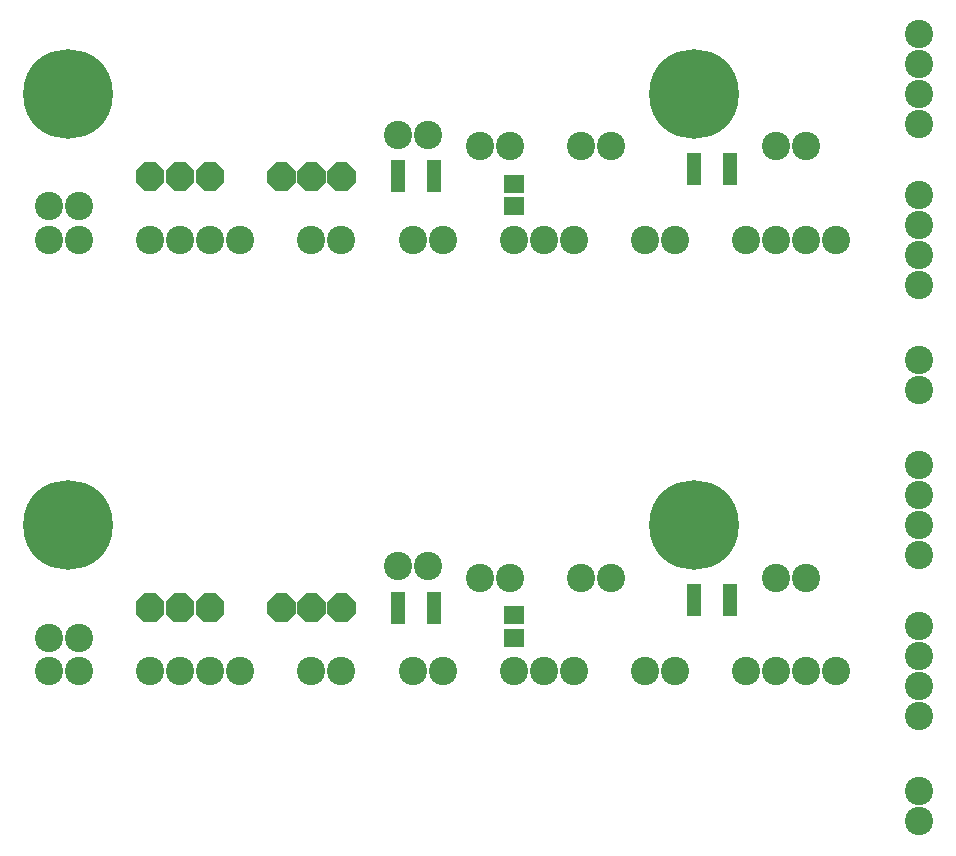
<source format=gbr>
%FSLAX34Y34*%
%MOMM*%
%LNSOLDERMASK_TOP*%
G71*
G01*
%ADD10C, 7.60*%
%ADD11C, 2.40*%
%ADD12R, 1.20X2.70*%
%ADD13R, 1.80X1.50*%
%ADD14C, 2.40*%
%LPD*%
X60325Y908050D02*
G54D10*
D03*
X590550Y908050D02*
G54D10*
D03*
X781050Y958850D02*
G54D11*
D03*
X781050Y933450D02*
G54D11*
D03*
X781050Y908050D02*
G54D11*
D03*
X781050Y882650D02*
G54D11*
D03*
X781050Y822325D02*
G54D11*
D03*
X781050Y796925D02*
G54D11*
D03*
X781050Y771525D02*
G54D11*
D03*
X781050Y746125D02*
G54D11*
D03*
X781050Y682625D02*
G54D11*
D03*
X781050Y657225D02*
G54D11*
D03*
X711200Y784225D02*
G54D11*
D03*
X685800Y784225D02*
G54D11*
D03*
X660400Y784225D02*
G54D11*
D03*
X635000Y784225D02*
G54D11*
D03*
X574675Y784225D02*
G54D11*
D03*
X549275Y784225D02*
G54D11*
D03*
X377825Y784225D02*
G54D11*
D03*
X352425Y784225D02*
G54D11*
D03*
X660400Y863600D02*
G54D11*
D03*
X685800Y863600D02*
G54D11*
D03*
X488950Y784225D02*
G54D11*
D03*
X463550Y784225D02*
G54D11*
D03*
X438150Y784225D02*
G54D11*
D03*
G36*
X118175Y843180D02*
X125195Y850200D01*
X135155Y850200D01*
X142175Y843180D01*
X142175Y833220D01*
X135155Y826200D01*
X125195Y826200D01*
X118175Y833220D01*
X118175Y843180D01*
G37*
G36*
X143575Y843180D02*
X150595Y850200D01*
X160555Y850200D01*
X167575Y843180D01*
X167575Y833220D01*
X160555Y826200D01*
X150595Y826200D01*
X143575Y833220D01*
X143575Y843180D01*
G37*
G36*
X168975Y843180D02*
X175995Y850200D01*
X185955Y850200D01*
X192975Y843180D01*
X192975Y833220D01*
X185955Y826200D01*
X175995Y826200D01*
X168975Y833220D01*
X168975Y843180D01*
G37*
G36*
X143575Y843180D02*
X150595Y850200D01*
X160555Y850200D01*
X167575Y843180D01*
X167575Y833220D01*
X160555Y826200D01*
X150595Y826200D01*
X143575Y833220D01*
X143575Y843180D01*
G37*
X495300Y863600D02*
G54D11*
D03*
X520700Y863600D02*
G54D11*
D03*
G36*
X229300Y843180D02*
X236320Y850200D01*
X246280Y850200D01*
X253300Y843180D01*
X253300Y833220D01*
X246280Y826200D01*
X236320Y826200D01*
X229300Y833220D01*
X229300Y843180D01*
G37*
G36*
X254700Y843180D02*
X261720Y850200D01*
X271680Y850200D01*
X278700Y843180D01*
X278700Y833220D01*
X271680Y826200D01*
X261720Y826200D01*
X254700Y833220D01*
X254700Y843180D01*
G37*
G36*
X280100Y843180D02*
X287120Y850200D01*
X297080Y850200D01*
X304100Y843180D01*
X304100Y833220D01*
X297080Y826200D01*
X287120Y826200D01*
X280100Y833220D01*
X280100Y843180D01*
G37*
G36*
X254700Y843180D02*
X261720Y850200D01*
X271680Y850200D01*
X278700Y843180D01*
X278700Y833220D01*
X271680Y826200D01*
X261720Y826200D01*
X254700Y833220D01*
X254700Y843180D01*
G37*
X206375Y784225D02*
G54D11*
D03*
X180975Y784225D02*
G54D11*
D03*
X155575Y784225D02*
G54D11*
D03*
X130175Y784225D02*
G54D11*
D03*
X292100Y784225D02*
G54D11*
D03*
X266700Y784225D02*
G54D11*
D03*
X69850Y784225D02*
G54D11*
D03*
X44450Y784225D02*
G54D11*
D03*
X590550Y844550D02*
G54D12*
D03*
X621109Y844550D02*
G54D12*
D03*
X409575Y863600D02*
G54D11*
D03*
X434975Y863600D02*
G54D11*
D03*
X438150Y831850D02*
G54D13*
D03*
X438150Y812850D02*
G54D13*
D03*
X206380Y784230D02*
G54D14*
D03*
X266705Y784230D02*
G54D14*
D03*
X438155Y784230D02*
G54D14*
D03*
X434980Y863605D02*
G54D14*
D03*
X520705Y863605D02*
G54D14*
D03*
X339725Y838200D02*
G54D12*
D03*
X370284Y838200D02*
G54D12*
D03*
X339725Y873125D02*
G54D14*
D03*
X365130Y873130D02*
G54D14*
D03*
X69850Y812800D02*
G54D14*
D03*
X44450Y812800D02*
G54D14*
D03*
X60325Y542925D02*
G54D10*
D03*
X590550Y542925D02*
G54D10*
D03*
X781050Y593725D02*
G54D11*
D03*
X781050Y568325D02*
G54D11*
D03*
X781050Y542925D02*
G54D11*
D03*
X781050Y517525D02*
G54D11*
D03*
X781050Y457200D02*
G54D11*
D03*
X781050Y431800D02*
G54D11*
D03*
X781050Y406400D02*
G54D11*
D03*
X781050Y381000D02*
G54D11*
D03*
X781050Y317500D02*
G54D11*
D03*
X781050Y292100D02*
G54D11*
D03*
X711200Y419100D02*
G54D11*
D03*
X685800Y419100D02*
G54D11*
D03*
X660400Y419100D02*
G54D11*
D03*
X635000Y419100D02*
G54D11*
D03*
X574675Y419100D02*
G54D11*
D03*
X549275Y419100D02*
G54D11*
D03*
X377825Y419100D02*
G54D11*
D03*
X352425Y419100D02*
G54D11*
D03*
X660400Y498475D02*
G54D11*
D03*
X685800Y498475D02*
G54D11*
D03*
X488950Y419100D02*
G54D11*
D03*
X463550Y419100D02*
G54D11*
D03*
X438150Y419100D02*
G54D11*
D03*
G36*
X118175Y478055D02*
X125195Y485075D01*
X135155Y485075D01*
X142175Y478055D01*
X142175Y468095D01*
X135155Y461075D01*
X125195Y461075D01*
X118175Y468095D01*
X118175Y478055D01*
G37*
G36*
X143575Y478055D02*
X150595Y485075D01*
X160555Y485075D01*
X167575Y478055D01*
X167575Y468095D01*
X160555Y461075D01*
X150595Y461075D01*
X143575Y468095D01*
X143575Y478055D01*
G37*
G36*
X168975Y478055D02*
X175995Y485075D01*
X185955Y485075D01*
X192975Y478055D01*
X192975Y468095D01*
X185955Y461075D01*
X175995Y461075D01*
X168975Y468095D01*
X168975Y478055D01*
G37*
G36*
X143575Y478055D02*
X150595Y485075D01*
X160555Y485075D01*
X167575Y478055D01*
X167575Y468095D01*
X160555Y461075D01*
X150595Y461075D01*
X143575Y468095D01*
X143575Y478055D01*
G37*
X495300Y498475D02*
G54D11*
D03*
X520700Y498475D02*
G54D11*
D03*
G36*
X229300Y478055D02*
X236320Y485075D01*
X246280Y485075D01*
X253300Y478055D01*
X253300Y468095D01*
X246280Y461075D01*
X236320Y461075D01*
X229300Y468095D01*
X229300Y478055D01*
G37*
G36*
X254700Y478055D02*
X261720Y485075D01*
X271680Y485075D01*
X278700Y478055D01*
X278700Y468095D01*
X271680Y461075D01*
X261720Y461075D01*
X254700Y468095D01*
X254700Y478055D01*
G37*
G36*
X280100Y478055D02*
X287120Y485075D01*
X297080Y485075D01*
X304100Y478055D01*
X304100Y468095D01*
X297080Y461075D01*
X287120Y461075D01*
X280100Y468095D01*
X280100Y478055D01*
G37*
G36*
X254700Y478055D02*
X261720Y485075D01*
X271680Y485075D01*
X278700Y478055D01*
X278700Y468095D01*
X271680Y461075D01*
X261720Y461075D01*
X254700Y468095D01*
X254700Y478055D01*
G37*
X206375Y419100D02*
G54D11*
D03*
X180975Y419100D02*
G54D11*
D03*
X155575Y419100D02*
G54D11*
D03*
X130175Y419100D02*
G54D11*
D03*
X292100Y419100D02*
G54D11*
D03*
X266700Y419100D02*
G54D11*
D03*
X69850Y419100D02*
G54D11*
D03*
X44450Y419100D02*
G54D11*
D03*
X590550Y479425D02*
G54D12*
D03*
X621109Y479425D02*
G54D12*
D03*
X409575Y498475D02*
G54D11*
D03*
X434975Y498475D02*
G54D11*
D03*
X438150Y466725D02*
G54D13*
D03*
X438150Y447725D02*
G54D13*
D03*
X206380Y419105D02*
G54D14*
D03*
X266705Y419105D02*
G54D14*
D03*
X438155Y419105D02*
G54D14*
D03*
X434980Y498480D02*
G54D14*
D03*
X520705Y498480D02*
G54D14*
D03*
X339725Y473075D02*
G54D12*
D03*
X370284Y473075D02*
G54D12*
D03*
X339725Y508000D02*
G54D14*
D03*
X365130Y508005D02*
G54D14*
D03*
X69850Y447675D02*
G54D14*
D03*
X44450Y447675D02*
G54D14*
D03*
M02*

</source>
